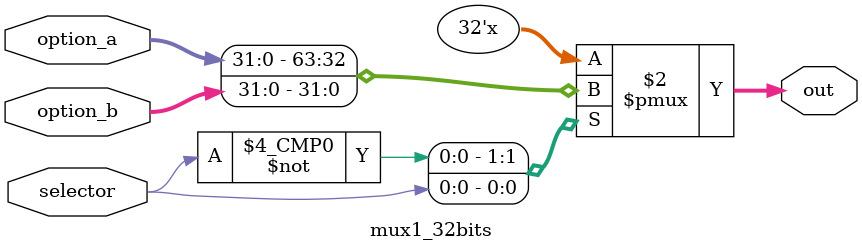
<source format=v>
module mux1_32bits
	(
		input [31:0] option_a,
		input [31:0] option_b,
		input selector,
		output reg [31:0] out
	); 
	
	always @*
	begin
		case(selector)
			1'b0:	
				out <= option_a;
			1'b1: 
				out <= option_b;
		endcase
	end
	 
endmodule
</source>
